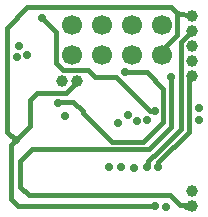
<source format=gbr>
G04 DipTrace 2.4.0.2*
%INInner2.gbr*%
%MOMM*%
%ADD14C,0.4*%
%ADD17C,1.0*%
%ADD19C,0.7*%
%ADD31C,1.7*%
%FSLAX53Y53*%
G04*
G71*
G90*
G75*
G01*
%LNInner2_Plane*%
%LPD*%
X22300Y14200D2*
D14*
X22400D1*
Y14700D1*
X22800Y15100D1*
X22900D1*
X25200Y17400D1*
Y24810D1*
X26100Y25710D1*
X23300Y14200D2*
Y14600D1*
X25900Y17200D1*
Y21700D1*
X26100Y21900D1*
X16400Y21500D2*
Y21400D1*
X15500Y20500D1*
X13000D1*
X12400Y19900D1*
Y17700D1*
X11200Y16500D1*
X23620Y23700D2*
X23200D1*
X24900Y25400D1*
Y27200D1*
X24400Y27700D1*
X12200D1*
X10500Y26000D1*
Y17200D1*
X11200Y16500D1*
X23000Y10900D2*
X11400D1*
X10800Y11500D1*
Y16100D1*
X11200Y16500D1*
X26100Y26980D2*
X24900Y27200D1*
X23000Y18900D2*
X22600D1*
X19700Y21800D1*
X17900D1*
X17300Y22400D1*
X15200D1*
X14600Y23000D1*
Y25600D1*
X13400Y26800D1*
X20500Y22200D2*
X22300D1*
X23700Y20800D1*
Y18000D1*
X22000Y16300D1*
X19400D1*
X16900Y18800D1*
Y18900D1*
X16100Y19700D1*
X14900D1*
X14800Y19600D1*
X24400Y21800D2*
Y17600D1*
X22500Y15700D1*
X12600D1*
X11600Y14700D1*
Y12500D1*
X12300Y11800D1*
X24300D1*
X25100Y11000D1*
X25600D1*
Y10800D1*
X26200D1*
X26100Y10900D1*
D17*
Y21900D3*
Y23170D3*
Y24440D3*
Y25710D3*
Y26980D3*
D19*
X26700Y19200D3*
X19100Y14200D3*
X20100D3*
X21200Y14100D3*
X22300Y14200D3*
X23300D3*
X19900Y17900D3*
X23900Y10800D3*
X15400Y18500D3*
X13400Y26800D3*
D17*
X16400Y21500D3*
X15130D3*
X26100Y10900D3*
Y12170D3*
D19*
X11200Y16500D3*
D31*
X16000Y23700D3*
Y26240D3*
X18540Y23700D3*
Y26240D3*
X21080Y23700D3*
Y26240D3*
X23620Y23700D3*
Y26240D3*
D19*
X20700Y18600D3*
X21500Y18100D3*
X22300Y18200D3*
X23000Y18900D3*
X11500Y24400D3*
X11300Y23500D3*
X12200Y23700D3*
X26700Y18200D3*
X24400Y21800D3*
X20500Y22200D3*
X14800Y19600D3*
X23000Y10900D3*
M02*

</source>
